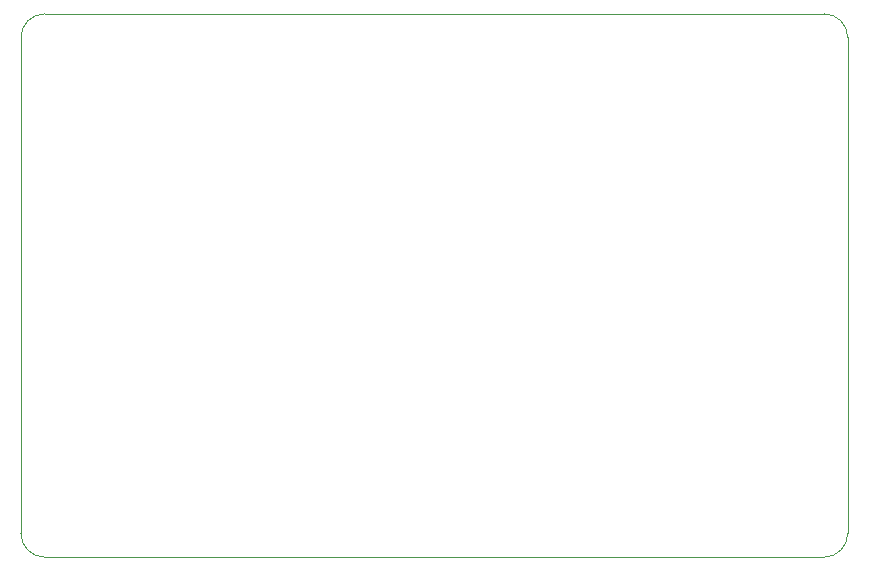
<source format=gm1>
G04 #@! TF.GenerationSoftware,KiCad,Pcbnew,8.0.2-1.fc40*
G04 #@! TF.CreationDate,2024-05-26T08:13:27-07:00*
G04 #@! TF.ProjectId,busicard-bottom,62757369-6361-4726-942d-626f74746f6d,rev?*
G04 #@! TF.SameCoordinates,Original*
G04 #@! TF.FileFunction,Profile,NP*
%FSLAX46Y46*%
G04 Gerber Fmt 4.6, Leading zero omitted, Abs format (unit mm)*
G04 Created by KiCad (PCBNEW 8.0.2-1.fc40) date 2024-05-26 08:13:27*
%MOMM*%
%LPD*%
G01*
G04 APERTURE LIST*
G04 #@! TA.AperFunction,Profile*
%ADD10C,0.050000*%
G04 #@! TD*
G04 APERTURE END LIST*
D10*
X132000000Y-123000000D02*
G75*
G02*
X130000000Y-121000000I0J2000000D01*
G01*
X200000000Y-79000000D02*
X200000000Y-121000000D01*
X198000000Y-77000000D02*
X132000000Y-77000000D01*
X200000000Y-121000000D02*
G75*
G02*
X198000000Y-123000000I-2000000J0D01*
G01*
X130000000Y-121000000D02*
X130000000Y-79000000D01*
X198000000Y-123000000D02*
X132000000Y-123000000D01*
X198000000Y-77000000D02*
G75*
G02*
X200000000Y-79000000I0J-2000000D01*
G01*
X130000000Y-79000000D02*
G75*
G02*
X132000000Y-77000000I2000000J0D01*
G01*
M02*

</source>
